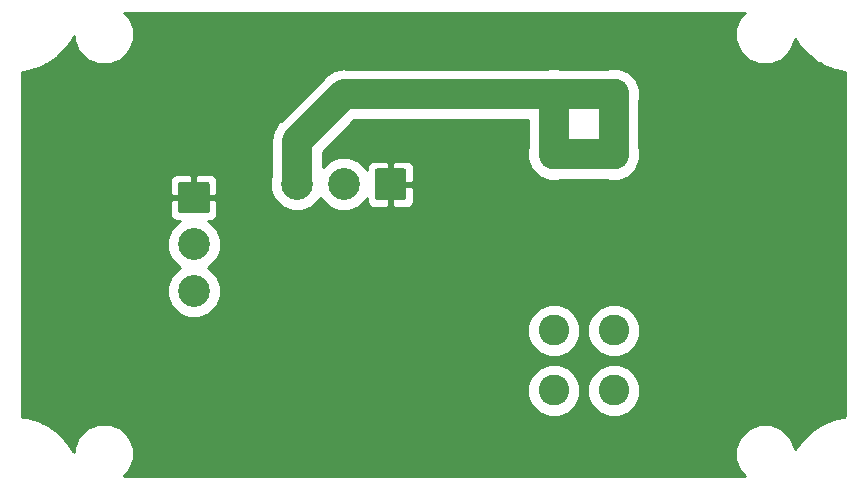
<source format=gbr>
G04 #@! TF.GenerationSoftware,KiCad,Pcbnew,(5.0.2)-1*
G04 #@! TF.CreationDate,2019-03-23T22:27:34-05:00*
G04 #@! TF.ProjectId,Power-Interposer-Board-AC,506f7765-722d-4496-9e74-6572706f7365,rev?*
G04 #@! TF.SameCoordinates,Original*
G04 #@! TF.FileFunction,Copper,L2,Bot*
G04 #@! TF.FilePolarity,Positive*
%FSLAX46Y46*%
G04 Gerber Fmt 4.6, Leading zero omitted, Abs format (unit mm)*
G04 Created by KiCad (PCBNEW (5.0.2)-1) date 3/23/2019 10:27:34 PM*
%MOMM*%
%LPD*%
G01*
G04 APERTURE LIST*
G04 #@! TA.AperFunction,Conductor*
%ADD10C,0.100000*%
G04 #@! TD*
G04 #@! TA.AperFunction,ComponentPad*
%ADD11C,2.700000*%
G04 #@! TD*
G04 #@! TA.AperFunction,ComponentPad*
%ADD12C,2.600000*%
G04 #@! TD*
G04 #@! TA.AperFunction,ViaPad*
%ADD13C,0.800000*%
G04 #@! TD*
G04 #@! TA.AperFunction,Conductor*
%ADD14C,2.500000*%
G04 #@! TD*
G04 #@! TA.AperFunction,Conductor*
%ADD15C,0.254000*%
G04 #@! TD*
G04 APERTURE END LIST*
D10*
G04 #@! TO.N,Net-(J1-Pad1)*
G04 #@! TO.C,J1*
G36*
X128124503Y-108991204D02*
X128148772Y-108994804D01*
X128172570Y-109000765D01*
X128195670Y-109009030D01*
X128217849Y-109019520D01*
X128238892Y-109032133D01*
X128258598Y-109046748D01*
X128276776Y-109063224D01*
X128293252Y-109081402D01*
X128307867Y-109101108D01*
X128320480Y-109122151D01*
X128330970Y-109144330D01*
X128339235Y-109167430D01*
X128345196Y-109191228D01*
X128348796Y-109215497D01*
X128350000Y-109240001D01*
X128350000Y-111439999D01*
X128348796Y-111464503D01*
X128345196Y-111488772D01*
X128339235Y-111512570D01*
X128330970Y-111535670D01*
X128320480Y-111557849D01*
X128307867Y-111578892D01*
X128293252Y-111598598D01*
X128276776Y-111616776D01*
X128258598Y-111633252D01*
X128238892Y-111647867D01*
X128217849Y-111660480D01*
X128195670Y-111670970D01*
X128172570Y-111679235D01*
X128148772Y-111685196D01*
X128124503Y-111688796D01*
X128099999Y-111690000D01*
X125900001Y-111690000D01*
X125875497Y-111688796D01*
X125851228Y-111685196D01*
X125827430Y-111679235D01*
X125804330Y-111670970D01*
X125782151Y-111660480D01*
X125761108Y-111647867D01*
X125741402Y-111633252D01*
X125723224Y-111616776D01*
X125706748Y-111598598D01*
X125692133Y-111578892D01*
X125679520Y-111557849D01*
X125669030Y-111535670D01*
X125660765Y-111512570D01*
X125654804Y-111488772D01*
X125651204Y-111464503D01*
X125650000Y-111439999D01*
X125650000Y-109240001D01*
X125651204Y-109215497D01*
X125654804Y-109191228D01*
X125660765Y-109167430D01*
X125669030Y-109144330D01*
X125679520Y-109122151D01*
X125692133Y-109101108D01*
X125706748Y-109081402D01*
X125723224Y-109063224D01*
X125741402Y-109046748D01*
X125761108Y-109032133D01*
X125782151Y-109019520D01*
X125804330Y-109009030D01*
X125827430Y-109000765D01*
X125851228Y-108994804D01*
X125875497Y-108991204D01*
X125900001Y-108990000D01*
X128099999Y-108990000D01*
X128124503Y-108991204D01*
X128124503Y-108991204D01*
G37*
D11*
G04 #@! TD*
G04 #@! TO.P,J1,1*
G04 #@! TO.N,Net-(J1-Pad1)*
X127000000Y-110340000D03*
G04 #@! TO.P,J1,2*
G04 #@! TO.N,Net-(J1-Pad2)*
X127000000Y-114300000D03*
G04 #@! TO.P,J1,3*
G04 #@! TO.N,Net-(BJ2-Pad1)*
X127000000Y-118260000D03*
G04 #@! TD*
G04 #@! TO.P,J2,3*
G04 #@! TO.N,Net-(BJ1-Pad1)*
X135740000Y-109220000D03*
G04 #@! TO.P,J2,2*
G04 #@! TO.N,Net-(J1-Pad2)*
X139700000Y-109220000D03*
D10*
G04 #@! TD*
G04 #@! TO.N,Net-(J1-Pad1)*
G04 #@! TO.C,J2*
G36*
X144784503Y-107871204D02*
X144808772Y-107874804D01*
X144832570Y-107880765D01*
X144855670Y-107889030D01*
X144877849Y-107899520D01*
X144898892Y-107912133D01*
X144918598Y-107926748D01*
X144936776Y-107943224D01*
X144953252Y-107961402D01*
X144967867Y-107981108D01*
X144980480Y-108002151D01*
X144990970Y-108024330D01*
X144999235Y-108047430D01*
X145005196Y-108071228D01*
X145008796Y-108095497D01*
X145010000Y-108120001D01*
X145010000Y-110319999D01*
X145008796Y-110344503D01*
X145005196Y-110368772D01*
X144999235Y-110392570D01*
X144990970Y-110415670D01*
X144980480Y-110437849D01*
X144967867Y-110458892D01*
X144953252Y-110478598D01*
X144936776Y-110496776D01*
X144918598Y-110513252D01*
X144898892Y-110527867D01*
X144877849Y-110540480D01*
X144855670Y-110550970D01*
X144832570Y-110559235D01*
X144808772Y-110565196D01*
X144784503Y-110568796D01*
X144759999Y-110570000D01*
X142560001Y-110570000D01*
X142535497Y-110568796D01*
X142511228Y-110565196D01*
X142487430Y-110559235D01*
X142464330Y-110550970D01*
X142442151Y-110540480D01*
X142421108Y-110527867D01*
X142401402Y-110513252D01*
X142383224Y-110496776D01*
X142366748Y-110478598D01*
X142352133Y-110458892D01*
X142339520Y-110437849D01*
X142329030Y-110415670D01*
X142320765Y-110392570D01*
X142314804Y-110368772D01*
X142311204Y-110344503D01*
X142310000Y-110319999D01*
X142310000Y-108120001D01*
X142311204Y-108095497D01*
X142314804Y-108071228D01*
X142320765Y-108047430D01*
X142329030Y-108024330D01*
X142339520Y-108002151D01*
X142352133Y-107981108D01*
X142366748Y-107961402D01*
X142383224Y-107943224D01*
X142401402Y-107926748D01*
X142421108Y-107912133D01*
X142442151Y-107899520D01*
X142464330Y-107889030D01*
X142487430Y-107880765D01*
X142511228Y-107874804D01*
X142535497Y-107871204D01*
X142560001Y-107870000D01*
X144759999Y-107870000D01*
X144784503Y-107871204D01*
X144784503Y-107871204D01*
G37*
D11*
G04 #@! TO.P,J2,1*
G04 #@! TO.N,Net-(J1-Pad1)*
X143660000Y-109220000D03*
G04 #@! TD*
D12*
G04 #@! TO.P,BJ1,1*
G04 #@! TO.N,Net-(BJ1-Pad1)*
X162560000Y-106680000D03*
X162560000Y-101600000D03*
X157480000Y-106680000D03*
X157480000Y-101600000D03*
G04 #@! TD*
G04 #@! TO.P,BJ2,1*
G04 #@! TO.N,Net-(BJ2-Pad1)*
X157480000Y-121600000D03*
X157480000Y-126680000D03*
X162560000Y-121600000D03*
X162560000Y-126680000D03*
G04 #@! TD*
D13*
G04 #@! TO.N,Net-(J1-Pad1)*
X116840000Y-104140000D03*
X116840000Y-124460000D03*
X177800000Y-104140000D03*
X177800000Y-124460000D03*
X147320000Y-114300000D03*
G04 #@! TD*
D14*
G04 #@! TO.N,Net-(BJ1-Pad1)*
X135740000Y-105560000D02*
X135740000Y-109220000D01*
X139700000Y-101600000D02*
X135740000Y-105560000D01*
X157480000Y-101600000D02*
X157480000Y-106680000D01*
X157480000Y-106680000D02*
X162560000Y-106680000D01*
X162560000Y-106680000D02*
X162560000Y-101600000D01*
X162560000Y-101600000D02*
X157480000Y-101600000D01*
X157480000Y-101600000D02*
X139700000Y-101600000D01*
G04 #@! TD*
D15*
G04 #@! TO.N,Net-(J1-Pad1)*
G36*
X173237713Y-95088569D02*
X172853000Y-96017348D01*
X172853000Y-97022652D01*
X173237713Y-97951431D01*
X173948569Y-98662287D01*
X174877348Y-99047000D01*
X175882652Y-99047000D01*
X176811431Y-98662287D01*
X177522287Y-97951431D01*
X177907000Y-97022652D01*
X177907000Y-96924424D01*
X178342790Y-97572947D01*
X178356847Y-97590306D01*
X178368818Y-97609169D01*
X178422229Y-97671046D01*
X179050753Y-98319633D01*
X179067664Y-98334230D01*
X179082785Y-98350674D01*
X179146309Y-98402115D01*
X179879756Y-98929149D01*
X179898981Y-98940519D01*
X179916776Y-98954026D01*
X179988396Y-98993399D01*
X179988407Y-98993405D01*
X179988412Y-98993407D01*
X180189912Y-99089518D01*
X180250197Y-99149803D01*
X180291399Y-99177333D01*
X180340000Y-99187000D01*
X180394287Y-99187000D01*
X180803590Y-99382228D01*
X180824528Y-99390015D01*
X180844433Y-99400157D01*
X180921893Y-99426225D01*
X180921903Y-99426229D01*
X180921906Y-99426230D01*
X181793060Y-99664550D01*
X181815043Y-99668505D01*
X181836432Y-99674963D01*
X181917295Y-99686903D01*
X182170001Y-99709456D01*
X182170000Y-128880228D01*
X182085898Y-128886404D01*
X182069359Y-128889112D01*
X182052601Y-128889639D01*
X181972152Y-128904114D01*
X181093941Y-129114953D01*
X181072767Y-129122079D01*
X181050918Y-129126723D01*
X180974323Y-129155209D01*
X180974305Y-129155215D01*
X180974300Y-129155218D01*
X180387056Y-129413000D01*
X180340000Y-129413000D01*
X180291399Y-129422667D01*
X180250197Y-129450197D01*
X180209415Y-129490979D01*
X180147308Y-129518242D01*
X180127735Y-129529002D01*
X180107049Y-129537444D01*
X180036702Y-129579048D01*
X180036692Y-129579053D01*
X180036691Y-129579054D01*
X179287053Y-130082790D01*
X179269694Y-130096847D01*
X179250831Y-130108818D01*
X179188954Y-130162229D01*
X178540367Y-130790753D01*
X178525770Y-130807664D01*
X178509326Y-130822785D01*
X178457896Y-130886296D01*
X178457886Y-130886308D01*
X178457885Y-130886310D01*
X177930851Y-131619756D01*
X177919480Y-131638983D01*
X177907000Y-131655425D01*
X177907000Y-131577348D01*
X177522287Y-130648569D01*
X176811431Y-129937713D01*
X175882652Y-129553000D01*
X174877348Y-129553000D01*
X173948569Y-129937713D01*
X173237713Y-130648569D01*
X172853000Y-131577348D01*
X172853000Y-132582652D01*
X173237713Y-133511431D01*
X173636282Y-133910000D01*
X121063718Y-133910000D01*
X121522287Y-133451431D01*
X121907000Y-132522652D01*
X121907000Y-131517348D01*
X121522287Y-130588569D01*
X120811431Y-129877713D01*
X119882652Y-129493000D01*
X118877348Y-129493000D01*
X117948569Y-129877713D01*
X117237713Y-130588569D01*
X116853000Y-131517348D01*
X116853000Y-131871377D01*
X116850998Y-131867735D01*
X116842556Y-131847049D01*
X116800946Y-131776691D01*
X116297210Y-131027053D01*
X116283153Y-131009694D01*
X116271182Y-130990831D01*
X116217771Y-130928954D01*
X115589247Y-130280367D01*
X115572336Y-130265770D01*
X115557215Y-130249326D01*
X115493704Y-130197896D01*
X115493692Y-130197886D01*
X115493689Y-130197884D01*
X114760244Y-129670851D01*
X114741017Y-129659480D01*
X114723223Y-129645974D01*
X114651594Y-129606596D01*
X114450089Y-129510483D01*
X114389803Y-129450197D01*
X114348601Y-129422667D01*
X114300000Y-129413000D01*
X114245713Y-129413000D01*
X113836410Y-129217772D01*
X113815469Y-129209984D01*
X113795566Y-129199843D01*
X113718116Y-129173778D01*
X113718097Y-129173771D01*
X113718091Y-129173770D01*
X112846940Y-128935450D01*
X112824959Y-128931495D01*
X112803569Y-128925037D01*
X112722705Y-128913097D01*
X112470000Y-128890544D01*
X112470000Y-126237022D01*
X155253000Y-126237022D01*
X155253000Y-127122978D01*
X155592040Y-127941494D01*
X156218506Y-128567960D01*
X157037022Y-128907000D01*
X157922978Y-128907000D01*
X158741494Y-128567960D01*
X159367960Y-127941494D01*
X159707000Y-127122978D01*
X159707000Y-126237022D01*
X160333000Y-126237022D01*
X160333000Y-127122978D01*
X160672040Y-127941494D01*
X161298506Y-128567960D01*
X162117022Y-128907000D01*
X163002978Y-128907000D01*
X163821494Y-128567960D01*
X164447960Y-127941494D01*
X164787000Y-127122978D01*
X164787000Y-126237022D01*
X164447960Y-125418506D01*
X163821494Y-124792040D01*
X163002978Y-124453000D01*
X162117022Y-124453000D01*
X161298506Y-124792040D01*
X160672040Y-125418506D01*
X160333000Y-126237022D01*
X159707000Y-126237022D01*
X159367960Y-125418506D01*
X158741494Y-124792040D01*
X157922978Y-124453000D01*
X157037022Y-124453000D01*
X156218506Y-124792040D01*
X155592040Y-125418506D01*
X155253000Y-126237022D01*
X112470000Y-126237022D01*
X112470000Y-121157022D01*
X155253000Y-121157022D01*
X155253000Y-122042978D01*
X155592040Y-122861494D01*
X156218506Y-123487960D01*
X157037022Y-123827000D01*
X157922978Y-123827000D01*
X158741494Y-123487960D01*
X159367960Y-122861494D01*
X159707000Y-122042978D01*
X159707000Y-121157022D01*
X160333000Y-121157022D01*
X160333000Y-122042978D01*
X160672040Y-122861494D01*
X161298506Y-123487960D01*
X162117022Y-123827000D01*
X163002978Y-123827000D01*
X163821494Y-123487960D01*
X164447960Y-122861494D01*
X164787000Y-122042978D01*
X164787000Y-121157022D01*
X164447960Y-120338506D01*
X163821494Y-119712040D01*
X163002978Y-119373000D01*
X162117022Y-119373000D01*
X161298506Y-119712040D01*
X160672040Y-120338506D01*
X160333000Y-121157022D01*
X159707000Y-121157022D01*
X159367960Y-120338506D01*
X158741494Y-119712040D01*
X157922978Y-119373000D01*
X157037022Y-119373000D01*
X156218506Y-119712040D01*
X155592040Y-120338506D01*
X155253000Y-121157022D01*
X112470000Y-121157022D01*
X112470000Y-113847077D01*
X124723000Y-113847077D01*
X124723000Y-114752923D01*
X125069653Y-115589817D01*
X125710183Y-116230347D01*
X125830056Y-116280000D01*
X125710183Y-116329653D01*
X125069653Y-116970183D01*
X124723000Y-117807077D01*
X124723000Y-118712923D01*
X125069653Y-119549817D01*
X125710183Y-120190347D01*
X126547077Y-120537000D01*
X127452923Y-120537000D01*
X128289817Y-120190347D01*
X128930347Y-119549817D01*
X129277000Y-118712923D01*
X129277000Y-117807077D01*
X128930347Y-116970183D01*
X128289817Y-116329653D01*
X128169944Y-116280000D01*
X128289817Y-116230347D01*
X128930347Y-115589817D01*
X129277000Y-114752923D01*
X129277000Y-113847077D01*
X128930347Y-113010183D01*
X128289817Y-112369653D01*
X128182015Y-112325000D01*
X128476310Y-112325000D01*
X128709699Y-112228327D01*
X128888327Y-112049698D01*
X128985000Y-111816309D01*
X128985000Y-110625750D01*
X128826250Y-110467000D01*
X127127000Y-110467000D01*
X127127000Y-110487000D01*
X126873000Y-110487000D01*
X126873000Y-110467000D01*
X125173750Y-110467000D01*
X125015000Y-110625750D01*
X125015000Y-111816309D01*
X125111673Y-112049698D01*
X125290301Y-112228327D01*
X125523690Y-112325000D01*
X125817985Y-112325000D01*
X125710183Y-112369653D01*
X125069653Y-113010183D01*
X124723000Y-113847077D01*
X112470000Y-113847077D01*
X112470000Y-108863691D01*
X125015000Y-108863691D01*
X125015000Y-110054250D01*
X125173750Y-110213000D01*
X126873000Y-110213000D01*
X126873000Y-108513750D01*
X127127000Y-108513750D01*
X127127000Y-110213000D01*
X128826250Y-110213000D01*
X128985000Y-110054250D01*
X128985000Y-108863691D01*
X128944982Y-108767077D01*
X133463000Y-108767077D01*
X133463000Y-109672923D01*
X133809653Y-110509817D01*
X134450183Y-111150347D01*
X135287077Y-111497000D01*
X136192923Y-111497000D01*
X137029817Y-111150347D01*
X137670347Y-110509817D01*
X137720000Y-110389944D01*
X137769653Y-110509817D01*
X138410183Y-111150347D01*
X139247077Y-111497000D01*
X140152923Y-111497000D01*
X140989817Y-111150347D01*
X141630347Y-110509817D01*
X141675000Y-110402015D01*
X141675000Y-110696310D01*
X141771673Y-110929699D01*
X141950302Y-111108327D01*
X142183691Y-111205000D01*
X143374250Y-111205000D01*
X143533000Y-111046250D01*
X143533000Y-109347000D01*
X143787000Y-109347000D01*
X143787000Y-111046250D01*
X143945750Y-111205000D01*
X145136309Y-111205000D01*
X145369698Y-111108327D01*
X145548327Y-110929699D01*
X145645000Y-110696310D01*
X145645000Y-109505750D01*
X145486250Y-109347000D01*
X143787000Y-109347000D01*
X143533000Y-109347000D01*
X143513000Y-109347000D01*
X143513000Y-109093000D01*
X143533000Y-109093000D01*
X143533000Y-107393750D01*
X143787000Y-107393750D01*
X143787000Y-109093000D01*
X145486250Y-109093000D01*
X145645000Y-108934250D01*
X145645000Y-107743690D01*
X145548327Y-107510301D01*
X145369698Y-107331673D01*
X145136309Y-107235000D01*
X143945750Y-107235000D01*
X143787000Y-107393750D01*
X143533000Y-107393750D01*
X143374250Y-107235000D01*
X142183691Y-107235000D01*
X141950302Y-107331673D01*
X141771673Y-107510301D01*
X141675000Y-107743690D01*
X141675000Y-108037985D01*
X141630347Y-107930183D01*
X140989817Y-107289653D01*
X140152923Y-106943000D01*
X139247077Y-106943000D01*
X138410183Y-107289653D01*
X137917000Y-107782836D01*
X137917000Y-106461741D01*
X140601743Y-103777000D01*
X155303000Y-103777000D01*
X155303001Y-106116309D01*
X155253000Y-106237022D01*
X155253000Y-107122978D01*
X155592040Y-107941494D01*
X156218506Y-108567960D01*
X157037022Y-108907000D01*
X157922978Y-108907000D01*
X158043689Y-108857000D01*
X161996311Y-108857000D01*
X162117022Y-108907000D01*
X163002978Y-108907000D01*
X163821494Y-108567960D01*
X164447960Y-107941494D01*
X164787000Y-107122978D01*
X164787000Y-106237022D01*
X164737000Y-106116311D01*
X164737000Y-102163689D01*
X164787000Y-102042978D01*
X164787000Y-101157022D01*
X164447960Y-100338506D01*
X163821494Y-99712040D01*
X163002978Y-99373000D01*
X162117022Y-99373000D01*
X161996311Y-99423000D01*
X158043689Y-99423000D01*
X157922978Y-99373000D01*
X157037022Y-99373000D01*
X156916311Y-99423000D01*
X139914410Y-99423000D01*
X139700000Y-99380351D01*
X139485589Y-99423000D01*
X138850577Y-99549312D01*
X138130471Y-100030471D01*
X138009017Y-100212241D01*
X134352246Y-103869013D01*
X134170471Y-103990471D01*
X133861420Y-104453000D01*
X133689312Y-104710578D01*
X133520351Y-105560000D01*
X133563000Y-105774411D01*
X133563001Y-108525654D01*
X133463000Y-108767077D01*
X128944982Y-108767077D01*
X128888327Y-108630302D01*
X128709699Y-108451673D01*
X128476310Y-108355000D01*
X127285750Y-108355000D01*
X127127000Y-108513750D01*
X126873000Y-108513750D01*
X126714250Y-108355000D01*
X125523690Y-108355000D01*
X125290301Y-108451673D01*
X125111673Y-108630302D01*
X125015000Y-108863691D01*
X112470000Y-108863691D01*
X112470000Y-99719772D01*
X112554101Y-99713596D01*
X112570640Y-99710888D01*
X112587399Y-99710361D01*
X112667848Y-99695886D01*
X113546058Y-99485047D01*
X113567231Y-99477922D01*
X113589082Y-99473277D01*
X113665677Y-99444791D01*
X113665695Y-99444785D01*
X113665700Y-99444782D01*
X114252944Y-99187000D01*
X114300000Y-99187000D01*
X114348601Y-99177333D01*
X114389803Y-99149803D01*
X114430585Y-99109021D01*
X114492692Y-99081758D01*
X114512265Y-99070998D01*
X114532951Y-99062556D01*
X114603308Y-99020947D01*
X115352947Y-98517210D01*
X115370306Y-98503153D01*
X115389169Y-98491182D01*
X115451046Y-98437771D01*
X116099633Y-97809247D01*
X116114230Y-97792336D01*
X116130674Y-97777215D01*
X116182115Y-97713691D01*
X116709149Y-96980244D01*
X116720519Y-96961019D01*
X116734026Y-96943224D01*
X116773404Y-96871594D01*
X116773405Y-96871593D01*
X116773407Y-96871588D01*
X116853000Y-96704718D01*
X116853000Y-97022652D01*
X117237713Y-97951431D01*
X117948569Y-98662287D01*
X118877348Y-99047000D01*
X119882652Y-99047000D01*
X120811431Y-98662287D01*
X121522287Y-97951431D01*
X121907000Y-97022652D01*
X121907000Y-96017348D01*
X121522287Y-95088569D01*
X121123718Y-94690000D01*
X173636282Y-94690000D01*
X173237713Y-95088569D01*
X173237713Y-95088569D01*
G37*
X173237713Y-95088569D02*
X172853000Y-96017348D01*
X172853000Y-97022652D01*
X173237713Y-97951431D01*
X173948569Y-98662287D01*
X174877348Y-99047000D01*
X175882652Y-99047000D01*
X176811431Y-98662287D01*
X177522287Y-97951431D01*
X177907000Y-97022652D01*
X177907000Y-96924424D01*
X178342790Y-97572947D01*
X178356847Y-97590306D01*
X178368818Y-97609169D01*
X178422229Y-97671046D01*
X179050753Y-98319633D01*
X179067664Y-98334230D01*
X179082785Y-98350674D01*
X179146309Y-98402115D01*
X179879756Y-98929149D01*
X179898981Y-98940519D01*
X179916776Y-98954026D01*
X179988396Y-98993399D01*
X179988407Y-98993405D01*
X179988412Y-98993407D01*
X180189912Y-99089518D01*
X180250197Y-99149803D01*
X180291399Y-99177333D01*
X180340000Y-99187000D01*
X180394287Y-99187000D01*
X180803590Y-99382228D01*
X180824528Y-99390015D01*
X180844433Y-99400157D01*
X180921893Y-99426225D01*
X180921903Y-99426229D01*
X180921906Y-99426230D01*
X181793060Y-99664550D01*
X181815043Y-99668505D01*
X181836432Y-99674963D01*
X181917295Y-99686903D01*
X182170001Y-99709456D01*
X182170000Y-128880228D01*
X182085898Y-128886404D01*
X182069359Y-128889112D01*
X182052601Y-128889639D01*
X181972152Y-128904114D01*
X181093941Y-129114953D01*
X181072767Y-129122079D01*
X181050918Y-129126723D01*
X180974323Y-129155209D01*
X180974305Y-129155215D01*
X180974300Y-129155218D01*
X180387056Y-129413000D01*
X180340000Y-129413000D01*
X180291399Y-129422667D01*
X180250197Y-129450197D01*
X180209415Y-129490979D01*
X180147308Y-129518242D01*
X180127735Y-129529002D01*
X180107049Y-129537444D01*
X180036702Y-129579048D01*
X180036692Y-129579053D01*
X180036691Y-129579054D01*
X179287053Y-130082790D01*
X179269694Y-130096847D01*
X179250831Y-130108818D01*
X179188954Y-130162229D01*
X178540367Y-130790753D01*
X178525770Y-130807664D01*
X178509326Y-130822785D01*
X178457896Y-130886296D01*
X178457886Y-130886308D01*
X178457885Y-130886310D01*
X177930851Y-131619756D01*
X177919480Y-131638983D01*
X177907000Y-131655425D01*
X177907000Y-131577348D01*
X177522287Y-130648569D01*
X176811431Y-129937713D01*
X175882652Y-129553000D01*
X174877348Y-129553000D01*
X173948569Y-129937713D01*
X173237713Y-130648569D01*
X172853000Y-131577348D01*
X172853000Y-132582652D01*
X173237713Y-133511431D01*
X173636282Y-133910000D01*
X121063718Y-133910000D01*
X121522287Y-133451431D01*
X121907000Y-132522652D01*
X121907000Y-131517348D01*
X121522287Y-130588569D01*
X120811431Y-129877713D01*
X119882652Y-129493000D01*
X118877348Y-129493000D01*
X117948569Y-129877713D01*
X117237713Y-130588569D01*
X116853000Y-131517348D01*
X116853000Y-131871377D01*
X116850998Y-131867735D01*
X116842556Y-131847049D01*
X116800946Y-131776691D01*
X116297210Y-131027053D01*
X116283153Y-131009694D01*
X116271182Y-130990831D01*
X116217771Y-130928954D01*
X115589247Y-130280367D01*
X115572336Y-130265770D01*
X115557215Y-130249326D01*
X115493704Y-130197896D01*
X115493692Y-130197886D01*
X115493689Y-130197884D01*
X114760244Y-129670851D01*
X114741017Y-129659480D01*
X114723223Y-129645974D01*
X114651594Y-129606596D01*
X114450089Y-129510483D01*
X114389803Y-129450197D01*
X114348601Y-129422667D01*
X114300000Y-129413000D01*
X114245713Y-129413000D01*
X113836410Y-129217772D01*
X113815469Y-129209984D01*
X113795566Y-129199843D01*
X113718116Y-129173778D01*
X113718097Y-129173771D01*
X113718091Y-129173770D01*
X112846940Y-128935450D01*
X112824959Y-128931495D01*
X112803569Y-128925037D01*
X112722705Y-128913097D01*
X112470000Y-128890544D01*
X112470000Y-126237022D01*
X155253000Y-126237022D01*
X155253000Y-127122978D01*
X155592040Y-127941494D01*
X156218506Y-128567960D01*
X157037022Y-128907000D01*
X157922978Y-128907000D01*
X158741494Y-128567960D01*
X159367960Y-127941494D01*
X159707000Y-127122978D01*
X159707000Y-126237022D01*
X160333000Y-126237022D01*
X160333000Y-127122978D01*
X160672040Y-127941494D01*
X161298506Y-128567960D01*
X162117022Y-128907000D01*
X163002978Y-128907000D01*
X163821494Y-128567960D01*
X164447960Y-127941494D01*
X164787000Y-127122978D01*
X164787000Y-126237022D01*
X164447960Y-125418506D01*
X163821494Y-124792040D01*
X163002978Y-124453000D01*
X162117022Y-124453000D01*
X161298506Y-124792040D01*
X160672040Y-125418506D01*
X160333000Y-126237022D01*
X159707000Y-126237022D01*
X159367960Y-125418506D01*
X158741494Y-124792040D01*
X157922978Y-124453000D01*
X157037022Y-124453000D01*
X156218506Y-124792040D01*
X155592040Y-125418506D01*
X155253000Y-126237022D01*
X112470000Y-126237022D01*
X112470000Y-121157022D01*
X155253000Y-121157022D01*
X155253000Y-122042978D01*
X155592040Y-122861494D01*
X156218506Y-123487960D01*
X157037022Y-123827000D01*
X157922978Y-123827000D01*
X158741494Y-123487960D01*
X159367960Y-122861494D01*
X159707000Y-122042978D01*
X159707000Y-121157022D01*
X160333000Y-121157022D01*
X160333000Y-122042978D01*
X160672040Y-122861494D01*
X161298506Y-123487960D01*
X162117022Y-123827000D01*
X163002978Y-123827000D01*
X163821494Y-123487960D01*
X164447960Y-122861494D01*
X164787000Y-122042978D01*
X164787000Y-121157022D01*
X164447960Y-120338506D01*
X163821494Y-119712040D01*
X163002978Y-119373000D01*
X162117022Y-119373000D01*
X161298506Y-119712040D01*
X160672040Y-120338506D01*
X160333000Y-121157022D01*
X159707000Y-121157022D01*
X159367960Y-120338506D01*
X158741494Y-119712040D01*
X157922978Y-119373000D01*
X157037022Y-119373000D01*
X156218506Y-119712040D01*
X155592040Y-120338506D01*
X155253000Y-121157022D01*
X112470000Y-121157022D01*
X112470000Y-113847077D01*
X124723000Y-113847077D01*
X124723000Y-114752923D01*
X125069653Y-115589817D01*
X125710183Y-116230347D01*
X125830056Y-116280000D01*
X125710183Y-116329653D01*
X125069653Y-116970183D01*
X124723000Y-117807077D01*
X124723000Y-118712923D01*
X125069653Y-119549817D01*
X125710183Y-120190347D01*
X126547077Y-120537000D01*
X127452923Y-120537000D01*
X128289817Y-120190347D01*
X128930347Y-119549817D01*
X129277000Y-118712923D01*
X129277000Y-117807077D01*
X128930347Y-116970183D01*
X128289817Y-116329653D01*
X128169944Y-116280000D01*
X128289817Y-116230347D01*
X128930347Y-115589817D01*
X129277000Y-114752923D01*
X129277000Y-113847077D01*
X128930347Y-113010183D01*
X128289817Y-112369653D01*
X128182015Y-112325000D01*
X128476310Y-112325000D01*
X128709699Y-112228327D01*
X128888327Y-112049698D01*
X128985000Y-111816309D01*
X128985000Y-110625750D01*
X128826250Y-110467000D01*
X127127000Y-110467000D01*
X127127000Y-110487000D01*
X126873000Y-110487000D01*
X126873000Y-110467000D01*
X125173750Y-110467000D01*
X125015000Y-110625750D01*
X125015000Y-111816309D01*
X125111673Y-112049698D01*
X125290301Y-112228327D01*
X125523690Y-112325000D01*
X125817985Y-112325000D01*
X125710183Y-112369653D01*
X125069653Y-113010183D01*
X124723000Y-113847077D01*
X112470000Y-113847077D01*
X112470000Y-108863691D01*
X125015000Y-108863691D01*
X125015000Y-110054250D01*
X125173750Y-110213000D01*
X126873000Y-110213000D01*
X126873000Y-108513750D01*
X127127000Y-108513750D01*
X127127000Y-110213000D01*
X128826250Y-110213000D01*
X128985000Y-110054250D01*
X128985000Y-108863691D01*
X128944982Y-108767077D01*
X133463000Y-108767077D01*
X133463000Y-109672923D01*
X133809653Y-110509817D01*
X134450183Y-111150347D01*
X135287077Y-111497000D01*
X136192923Y-111497000D01*
X137029817Y-111150347D01*
X137670347Y-110509817D01*
X137720000Y-110389944D01*
X137769653Y-110509817D01*
X138410183Y-111150347D01*
X139247077Y-111497000D01*
X140152923Y-111497000D01*
X140989817Y-111150347D01*
X141630347Y-110509817D01*
X141675000Y-110402015D01*
X141675000Y-110696310D01*
X141771673Y-110929699D01*
X141950302Y-111108327D01*
X142183691Y-111205000D01*
X143374250Y-111205000D01*
X143533000Y-111046250D01*
X143533000Y-109347000D01*
X143787000Y-109347000D01*
X143787000Y-111046250D01*
X143945750Y-111205000D01*
X145136309Y-111205000D01*
X145369698Y-111108327D01*
X145548327Y-110929699D01*
X145645000Y-110696310D01*
X145645000Y-109505750D01*
X145486250Y-109347000D01*
X143787000Y-109347000D01*
X143533000Y-109347000D01*
X143513000Y-109347000D01*
X143513000Y-109093000D01*
X143533000Y-109093000D01*
X143533000Y-107393750D01*
X143787000Y-107393750D01*
X143787000Y-109093000D01*
X145486250Y-109093000D01*
X145645000Y-108934250D01*
X145645000Y-107743690D01*
X145548327Y-107510301D01*
X145369698Y-107331673D01*
X145136309Y-107235000D01*
X143945750Y-107235000D01*
X143787000Y-107393750D01*
X143533000Y-107393750D01*
X143374250Y-107235000D01*
X142183691Y-107235000D01*
X141950302Y-107331673D01*
X141771673Y-107510301D01*
X141675000Y-107743690D01*
X141675000Y-108037985D01*
X141630347Y-107930183D01*
X140989817Y-107289653D01*
X140152923Y-106943000D01*
X139247077Y-106943000D01*
X138410183Y-107289653D01*
X137917000Y-107782836D01*
X137917000Y-106461741D01*
X140601743Y-103777000D01*
X155303000Y-103777000D01*
X155303001Y-106116309D01*
X155253000Y-106237022D01*
X155253000Y-107122978D01*
X155592040Y-107941494D01*
X156218506Y-108567960D01*
X157037022Y-108907000D01*
X157922978Y-108907000D01*
X158043689Y-108857000D01*
X161996311Y-108857000D01*
X162117022Y-108907000D01*
X163002978Y-108907000D01*
X163821494Y-108567960D01*
X164447960Y-107941494D01*
X164787000Y-107122978D01*
X164787000Y-106237022D01*
X164737000Y-106116311D01*
X164737000Y-102163689D01*
X164787000Y-102042978D01*
X164787000Y-101157022D01*
X164447960Y-100338506D01*
X163821494Y-99712040D01*
X163002978Y-99373000D01*
X162117022Y-99373000D01*
X161996311Y-99423000D01*
X158043689Y-99423000D01*
X157922978Y-99373000D01*
X157037022Y-99373000D01*
X156916311Y-99423000D01*
X139914410Y-99423000D01*
X139700000Y-99380351D01*
X139485589Y-99423000D01*
X138850577Y-99549312D01*
X138130471Y-100030471D01*
X138009017Y-100212241D01*
X134352246Y-103869013D01*
X134170471Y-103990471D01*
X133861420Y-104453000D01*
X133689312Y-104710578D01*
X133520351Y-105560000D01*
X133563000Y-105774411D01*
X133563001Y-108525654D01*
X133463000Y-108767077D01*
X128944982Y-108767077D01*
X128888327Y-108630302D01*
X128709699Y-108451673D01*
X128476310Y-108355000D01*
X127285750Y-108355000D01*
X127127000Y-108513750D01*
X126873000Y-108513750D01*
X126714250Y-108355000D01*
X125523690Y-108355000D01*
X125290301Y-108451673D01*
X125111673Y-108630302D01*
X125015000Y-108863691D01*
X112470000Y-108863691D01*
X112470000Y-99719772D01*
X112554101Y-99713596D01*
X112570640Y-99710888D01*
X112587399Y-99710361D01*
X112667848Y-99695886D01*
X113546058Y-99485047D01*
X113567231Y-99477922D01*
X113589082Y-99473277D01*
X113665677Y-99444791D01*
X113665695Y-99444785D01*
X113665700Y-99444782D01*
X114252944Y-99187000D01*
X114300000Y-99187000D01*
X114348601Y-99177333D01*
X114389803Y-99149803D01*
X114430585Y-99109021D01*
X114492692Y-99081758D01*
X114512265Y-99070998D01*
X114532951Y-99062556D01*
X114603308Y-99020947D01*
X115352947Y-98517210D01*
X115370306Y-98503153D01*
X115389169Y-98491182D01*
X115451046Y-98437771D01*
X116099633Y-97809247D01*
X116114230Y-97792336D01*
X116130674Y-97777215D01*
X116182115Y-97713691D01*
X116709149Y-96980244D01*
X116720519Y-96961019D01*
X116734026Y-96943224D01*
X116773404Y-96871594D01*
X116773405Y-96871593D01*
X116773407Y-96871588D01*
X116853000Y-96704718D01*
X116853000Y-97022652D01*
X117237713Y-97951431D01*
X117948569Y-98662287D01*
X118877348Y-99047000D01*
X119882652Y-99047000D01*
X120811431Y-98662287D01*
X121522287Y-97951431D01*
X121907000Y-97022652D01*
X121907000Y-96017348D01*
X121522287Y-95088569D01*
X121123718Y-94690000D01*
X173636282Y-94690000D01*
X173237713Y-95088569D01*
G04 #@! TD*
M02*

</source>
